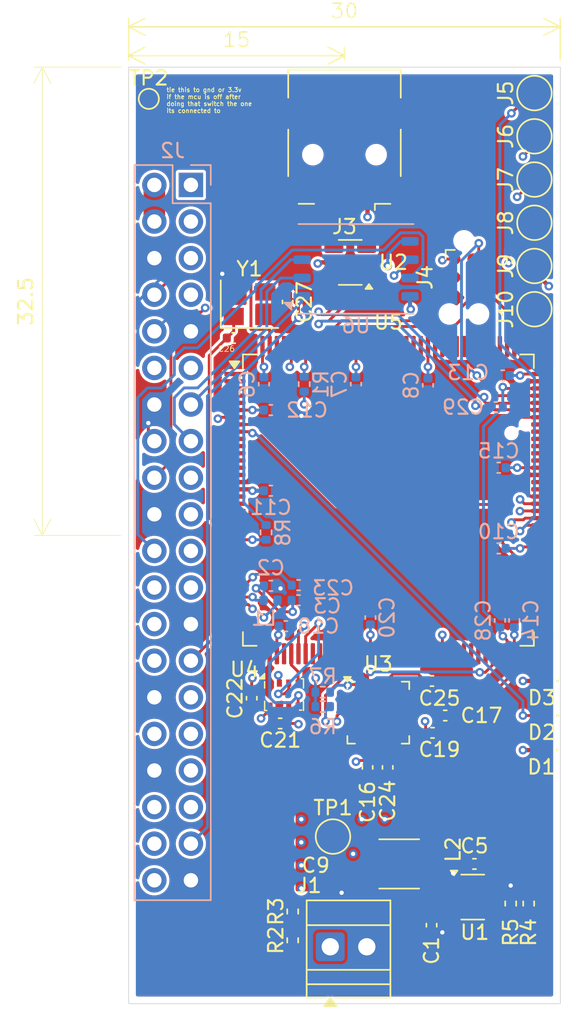
<source format=kicad_pcb>
(kicad_pcb (version 20241229) (generator "pcbnew") (generator_version "9.0")
  (layers (0 "F.Cu" signal) (4 "In1.Cu" signal) (6 "In2.Cu" signal) (2 "B.Cu" signal) (13 "F.Paste" user) (15 "B.Paste" user) (5 "F.SilkS" user "F.Silkscreen") (7 "B.SilkS" user "B.Silkscreen") (1 "F.Mask" user) (3 "B.Mask" user) (25 "Edge.Cuts" user))
  (net 0 "")
  (net 1 "GND")
  (net 2 "+3.3V")
  (net 3 "Net-(U1-CB)")
  (net 4 "+5V")
  (net 5 "+3.3VA")
  (net 6 "Net-(U1-SW)")
  (net 7 "Net-(U1-FB)")
  (net 8 "IMU_SDA")
  (net 9 "IMU_SCL")
  (net 10 "USB_CONN_D-")
  (net 11 "USB_CONN_D+")
  (net 12 "SWDIO")
  (net 13 "+12V")
  (net 14 "PWM_1")
  (net 15 "PWM_3")
  (net 16 "PWM_0")
  (net 17 "PWM_2")
  (net 18 "BAROMETER_CSB")
  (net 19 "BAROMETER_SDI")
  (net 20 "BAROMETER_SDO")
  (net 21 "BAROMETER_SCK")
  (net 22 "SWCLK")
  (net 23 "JTRST")
  (net 24 "SWO")
  (net 25 "Net-(U3-REGOUT)")
  (net 26 "Net-(U3-CPOUT)")
  (net 27 "NRST")
  (net 28 "BOOT0")
  (net 29 "USB_D-")
  (net 30 "LED_STATUS")
  (net 31 "USB_D+")
  (net 32 "BATVOLTAGE")
  (net 33 "IMU_ADDR")
  (net 39 "Net-(C17-Pad1)")
  (net 40 "Net-(U5-PH0)")
  (net 41 "Net-(C27-Pad1)")
  (net 42 "Net-(U5-VCAP_1)")
  (net 67 "Net-(U5-PH1)")
  (net 68 "Net-(U5-PDR_ON)")
  (net 116 "UART_TX")
  (net 117 "UART_RX")
  (net 161 "SD_CARD_DAT1")
  (net 162 "SD_CARD_CLK")
  (net 163 "SD_CARD_DAT2")
  (net 164 "SD_CARD_DAT0")
  (net 165 "SD_CARD_DAT3")
  (net 166 "SD_CARD_CMD")
  (footprint "Capacitor_SMD:C_0402_1005Metric" (layer "F.Cu") (at 33.32 58.4 180)
    (property "Reference" "C19")
    (property "Value" "0.1uF")
  )
  (footprint "TestPoint:TestPoint_Pad_D2.0mm" (layer "F.Cu") (at 40.4 17 90)
    (property "Reference" "J6")
    (property "Value" "TestPoint")
  )
  (footprint "Resistor_SMD:R_0402_1005Metric" (layer "F.Cu") (at 23.6 70.8 90)
    (property "Reference" "R3")
    (property "Value" "1kOhm")
  )
  (footprint "Crystal:Crystal_SMD_3225-4Pin_3.2x2.5mm" (layer "F.Cu") (at 20.6 28.65)
    (property "Reference" "Y1")
    (property "Value" "16MHz")
  )
  (footprint "Capacitor_SMD:C_0402_1005Metric" (layer "F.Cu") (at 34.2 57.2)
    (property "Reference" "C17")
    (property "Value" "2.2nF")
  )
  (footprint "Resistor_SMD:R_0402_1005Metric" (layer "F.Cu") (at 38.75 70.25 90)
    (property "Reference" "R5")
    (property "Value" "13.7kOhm")
  )
  (footprint "TestPoint:TestPoint_Pad_D2.0mm" (layer "F.Cu") (at 40.4 20 90)
    (property "Reference" "J7")
    (property "Value" "TestPoint")
  )
  (footprint "Package_TO_SOT_SMD:SOT-23-6" (layer "F.Cu") (at 36.1125 69.8)
    (property "Reference" "U1")
    (property "Value" "LMR51430")
  )
  (footprint "Capacitor_SMD:C_0402_1005Metric" (layer "F.Cu") (at 28.8 60.8 -90)
    (property "Reference" "C16")
    (property "Value" "10nF")
  )
  (footprint "Package_LGA:Bosch_LGA-8_2x2.5mm_P0.65mm_ClockwisePinNumbering" (layer "F.Cu") (at 23 55.75)
    (property "Reference" "U4")
    (property "Value" "BMP280")
  )
  (footprint "TestPoint:TestPoint_Pad_D1.0mm" (layer "F.Cu") (at 13.6 14.4)
    (property "Reference" "TP2")
    (property "Value" "TestPoint")
  )
  (footprint "TestPoint:TestPoint_Pad_D2.0mm" (layer "F.Cu") (at 40.4 29 90)
    (property "Reference" "J10")
    (property "Value" "TestPoint")
  )
  (footprint "Capacitor_SMD:C_0504_1310Metric" (layer "F.Cu") (at 27 68.29 -90)
    (property "Reference" "C9")
    (property "Value" "33uF")
  )
  (footprint "TestPoint:TestPoint_Pad_D2.0mm" (layer "F.Cu") (at 26.4 65.6)
    (property "Reference" "TP1")
    (property "Value" "TestPoint")
  )
  (footprint "TestPoint:TestPoint_Pad_D2.0mm" (layer "F.Cu") (at 40.4 14 90)
    (property "Reference" "J5")
    (property "Value" "TestPoint")
  )
  (footprint "TerminalBlock:TerminalBlock_Xinya_XY308-2.54-2P_1x02_P2.54mm_Horizontal" (layer "F.Cu") (at 26.21 73.25)
    (property "Reference" "J1")
    (property "Value" "Screw_Terminal_01x02")
  )
  (footprint "LED_SMD:LED_0402_1005Metric" (layer "F.Cu") (at 40.915 54.8 180)
    (property "Reference" "D3")
    (property "Value" "LED")
  )
  (footprint "Capacitor_SMD:C_0402_1005Metric" (layer "F.Cu") (at 22.73 57.75 180)
    (property "Reference" "C21")
    (property "Value" "100nF")
  )
  (footprint "Inductor_SMD:L_1812_4532Metric" (layer "F.Cu") (at 31 67.5 180)
    (property "Reference" "L2")
    (property "Value" "6.8uH")
  )
  (footprint "TestPoint:TestPoint_Pad_D2.0mm" (layer "F.Cu") (at 40.4 26 90)
    (property "Reference" "J9")
    (property "Value" "TestPoint")
  )
  (footprint "Sensor_Motion:InvenSense_QFN-24_4x4mm_P0.5mm" (layer "F.Cu") (at 29.55 57)
    (property "Reference" "U3")
    (property "Value" "MPU-9150")
  )
  (footprint "Resistor_SMD:R_0402_1005Metric" (layer "F.Cu") (at 23.6 72.8 90)
    (property "Reference" "R2")
    (property "Value" "1.5kOhm")
  )
  (footprint "Capacitor_SMD:C_0402_1005Metric" (layer "F.Cu") (at 33.25 71.75 -90)
    (property "Reference" "C1")
    (property "Value" "2.2uF 35v")
  )
  (footprint "Capacitor_SMD:C_0402_1005Metric" (layer "F.Cu") (at 36.23 67.5 180)
    (property "Reference" "C5")
    (property "Value" "0.1uF")
  )
  (footprint "Capacitor_SMD:C_0402_1005Metric" (layer "F.Cu") (at 30.2 60.8 90)
    (property "Reference" "C24")
    (property "Value" "0.1uF")
  )
  (footprint "Connector:Tag-Connect_TC2030-IDC-NL_2x03_P1.27mm_Vertical" (layer "F.Cu") (at 35.5 26.79 -90)
    (property "Reference" "J4")
    (property "Value" "Conn_ARM_SWD_TagConnect_TC2030-NL")
  )
  (footprint "Capacitor_SMD:C_0402_1005Metric" (layer "F.Cu") (at 19.5 31)
    (property "Reference" "C26")
    (property "Value" "12p")
  )
  (footprint "Capacitor_SMD:C_0402_1005Metric" (layer "F.Cu") (at 23.25 28.5 -90)
    (property "Reference" "C27")
    (property "Value" "12p")
  )
  (footprint "Package_QFP:LQFP-144_20x20mm_P0.5mm" (layer "F.Cu") (at 30.25 42.25)
    (property "Reference" "U5")
    (property "Value" "STM32F413ZHTx")
  )
  (footprint "LED_SMD:LED_0402_1005Metric" (layer "F.Cu") (at 40.915 57.2 180)
    (property "Reference" "D2")
    (property "Value" "LED")
  )
  (footprint "TestPoint:TestPoint_Pad_D2.0mm" (layer "F.Cu") (at 40.4 23 90)
    (property "Reference" "J8")
    (property "Value" "TestPoint")
  )
  (footprint "Capacitor_SMD:C_0402_1005Metric" (layer "F.Cu") (at 20.75 56 90)
    (property "Reference" "C22")
    (property "Value" "100nF")
  )
  (footprint "LED_SMD:LED_0402_1005Metric" (layer "F.Cu") (at 40.885 59.6 180)
    (property "Reference" "D1")
    (property "Value" "LED")
  )
  (footprint "Capacitor_SMD:C_0402_1005Metric" (layer "F.Cu") (at 33.28 54.8)
    (property "Reference" "C25")
    (property "Value" "2.2nF")
  )
  (footprint "Resistor_SMD:R_0402_1005Metric" (layer "F.Cu") (at 40 70.25 -90)
    (property "Reference" "R4")
    (property "Value" "100kOhm")
  )
  (footprint "Connector_USB:USB_Mini-B_Lumberg_2486_01_Horizontal" (layer "F.Cu") (at 27.2 18.275 180)
    (property "Reference" "J3")
    (property "Value" "USB_B_Micro")
  )
  (footprint "Package_TO_SOT_SMD:SOT-23-6" (layer "F.Cu") (at 27.6 25.75 180)
    (property "Reference" "U2")
    (property "Value" "USBLC6-2SC6")
  )
  (footprint "Capacitor_SMD:C_0402_1005Metric" (layer "B.Cu") (at 37.92 45.6 180)
    (property "Reference" "C10")
    (property "Value" "100n")
  )
  (footprint "Capacitor_SMD:C_0402_1005Metric" (layer "B.Cu") (at 38 50.6 -90)
    (property "Reference" "C28")
    (property "Value" "2.2uF")
  )
  (footprint "Capacitor_SMD:C_0402_1005Metric" (layer "B.Cu") (at 38.2 33.6 180)
    (property "Reference" "C13")
    (property "Value" "100n")
  )
  (footprint "Inductor_SMD:L_0402_1005Metric" (layer "B.Cu") (at 22.06 49.2 180)
    (property "Reference" "L1")
    (property "Value" "39n")
  )
  (footprint "Capacitor_SMD:C_0402_1005Metric" (layer "B.Cu") (at 28 34.2 -90)
    (property "Reference" "C7")
    (property "Value" "100n")
  )
  (footprint "Capacitor_SMD:C_0402_1005Metric" (layer "B.Cu") (at 39 50.6 90)
    (property "Reference" "C14")
    (property "Value" "100n")
  )
  (footprint "Capacitor_SMD:C_0402_1005Metric" (layer "B.Cu") (at 21.6 34.2 -90)
    (property "Reference" "C6")
    (property "Value" "100n")
  )
  (footprint "Capacitor_SMD:C_0402_1005Metric" (layer "B.Cu") (at 24 49.2)
    (property "Reference" "C3")
    (property "Value" "10n")
  )
  (footprint "Capacitor_SMD:C_0402_1005Metric" (layer "B.Cu") (at 22.08 48.2)
    (property "Reference" "C2")
    (property "Value" "1u")
  )
  (footprint "Package_LGA:LGA-8_8x6mm_P1.27mm" (layer "B.Cu") (at 28 26.2)
    (property "Reference" "U6")
    (property "Value" "XTSD08G")
  )
  (footprint "Resistor_SMD:R_0402_1005Metric" (layer "B.Cu") (at 21.75 44.49 90)
    (property "Reference" "R8")
    (property "Value" "47")
  )
  (footprint "Capacitor_SMD:C_0402_1005Metric" (layer "B.Cu") (at 33 34.28 -90)
    (property "Reference" "C8")
    (property "Value" "100n")
  )
  (footprint "Capacitor_SMD:C_0402_1005Metric" (layer "B.Cu") (at 37.72 35.8 180)
    (property "Reference" "C29")
    (property "Value" "2.2uF")
  )
  (footprint "Capacitor_SMD:C_0402_1005Metric" (layer "B.Cu") (at 29 50.4 90)
    (property "Reference" "C20")
    (property "Value" "100n")
  )
  (footprint "Resistor_SMD:R_0402_1005Metric" (layer "B.Cu") (at 25.69 55.58)
    (property "Reference" "R7")
    (property "Value" "10kOhm")
  )
  (footprint "Capacitor_SMD:C_0402_1005Metric" (layer "B.Cu") (at 22.08 36)
    (property "Reference" "C12")
    (property "Value" "100n")
  )
  (footprint "Resistor_SMD:R_0402_1005Metric" (layer "B.Cu") (at 25.69 56.58)
    (property "Reference" "R6")
    (property "Value" "10kOhm")
  )
  (footprint "Resistor_SMD:R_0402_1005Metric" (layer "B.Cu") (at 24.4 34.2 90)
    (property "Reference" "R1")
    (property "Value" "10k")
  )
  (footprint "Capacitor_SMD:C_0402_1005Metric" (layer "B.Cu") (at 22.08 41.6)
    (property "Reference" "C11")
    (property "Value" "100n")
  )
  (footprint "Capacitor_SMD:C_0402_1005Metric" (layer "B.Cu") (at 23.12 51)
    (property "Reference" "C18")
    (property "Value" "100n")
  )
  (footprint "Connector_PinHeader_2.54mm:PinHeader_2x20_P2.54mm_Vertical" (layer "B.Cu") (at 16.525 20.375 180)
    (property "Reference" "J2")
    (property "Value" "Raspberry_Pi_4")
  )
  (footprint "Capacitor_SMD:C_0402_1005Metric" (layer "B.Cu") (at 37.92 40 180)
    (property "Reference" "C15")
    (property "Value" "100n")
  )
  (footprint "Capacitor_SMD:C_0402_1005Metric" (layer "B.Cu") (at 24.01 48.15)
    (property "Reference" "C23")
    (property "Value" "4.3uF")
  )
  (gr_rect (start 12.2 12.2) (end 42.2 77.2) (stroke (width 0.05)) (fill no) (layer "Edge.Cuts"))
  (gr_text "tie this to gnd or 3.3v\nif the mcu is off after \ndoing that switch the one\nits connected to" (at 14.8 15.4 0) (layer "F.SilkS") (effects (font (size 0.3 0.3) (thickness 0.06) (bold yes)) (justify left bottom)))
  (dimension (type orthogonal) (layer "F.SilkS") (pts (xy 12.2 12.2) (xy 42.2 12.2)) (height -2.8) (orientation 0) (format (prefix "") (suffix "") (units 3) (units_format 0) (precision 4) (suppress_zeroes yes)) (style (thickness 0.1) (arrow_length 1.27) (text_position_mode 0) (arrow_direction outward) (extension_height 0.58642) (extension_offset 0.5) (keep_text_aligned yes)) (gr_text "30" (at 27.2 8.3 0) (layer "F.SilkS") (effects (font (size 1 1) (thickness 0.1)))))
  (dimension (type orthogonal) (layer "F.SilkS") (pts (xy 12.2 12.2) (xy 12.2 44.7)) (height -6) (orientation 1) (format (prefix "") (suffix "") (units 3) (units_format 0) (precision 4) (suppress_zeroes yes)) (style (thickness 0.05) (arrow_length 1.27) (text_position_mode 0) (arrow_direction outward) (extension_height 0.58642) (extension_offset 0.5) (keep_text_aligned yes)) (gr_text "32.5" (at 5.05 28.45 90) (layer "F.SilkS") (effects (font (size 1 1) (thickness 0.15)))))
  (dimension (type orthogonal) (layer "F.SilkS") (pts (xy 12.2 12.2) (xy 27.2 12.2)) (height -0.8) (orientation 0) (format (prefix "") (suffix "") (units 3) (units_format 0) (precision 4) (suppress_zeroes yes)) (style (thickness 0.1) (arrow_length 1.27) (text_position_mode 0) (arrow_direction outward) (extension_height 0.58642) (extension_offset 0.5) (keep_text_aligned yes)) (gr_text "15" (at 19.7 10.3 0) (layer "F.SilkS") (effects (font (size 1 1) (thickness 0.1)))))
  (segment (start 27 68.83) (end 27 69.5) (width 0.2) (layer "F.Cu") (net 1))
  (segment (start 38.75 69.74) (end 38.75 69) (width 0.2) (layer "F.Cu") (net 1))
  (segment (start 34.975 68.85) (end 34.975 68.375) (width 0.2) (layer "F.Cu") (net 1))
  (segment (start 34.975 68.375) (end 34.75 68.15) (width 0.2) (layer "F.Cu") (net 1))
  (segment (start 33.98 72.23) (end 34 72.25) (width 0.2) (layer "F.Cu") (net 1))
  (segment (start 33.25 72.23) (end 33.98 72.23) (width 0.2) (layer "F.Cu") (net 1))
  (via (at 34.75 68.15) (size 0.6) (drill 0.3) (layers "F.Cu" "B.Cu") (net 1))
  (via (at 38.75 69) (size 0.6) (drill 0.3) (layers "F.Cu" "B.Cu") (net 1))
  (via (at 22.752336 48.382057) (size 0.6) (drill 0.3) (layers "F.Cu" "B.Cu") (net 1))
  (via (at 27 69.5) (size 0.6) (drill 0.3) (layers "F.Cu" "B.Cu") (net 1))
  (via (at 34 72.25) (size 0.6) (drill 0.3) (layers "F.Cu" "B.Cu") (net 1))
  (segment (start 22.570279 48.2) (end 22.752336 48.382057) (width 0.2) (layer "B.Cu") (net 1))
  (segment (start 22.56 48.2) (end 22.570279 48.2) (width 0.2) (layer "B.Cu") (net 1))
  (segment (start 20.8 36) (end 19.5875 36) (width 0.2) (layer "F.Cu") (net 2))
  (segment (start 22.025 56.775) (end 21.4 57.4) (width 0.2) (layer "F.Cu") (net 2))
  (segment (start 39.5 45.5) (end 39.4 45.6) (width 0.2) (layer "F.Cu") (net 2))
  (segment (start 40.4 59.6) (end 39.6 59.6) (width 0.3) (layer "F.Cu") (net 2))
  (segment (start 34.08 25.52) (end 34 25.6) (width 0.2) (layer "F.Cu") (net 2))
  (segment (start 33 33) (end 33 31.5875) (width 0.2) (layer "F.Cu") (net 2))
  (segment (start 31.65 58.4) (end 31.5 58.25) (width 0.2) (layer "F.Cu") (net 2))
  (segment (start 20.75 55.52) (end 20.75 54.65) (width 0.2) (layer "F.Cu") (net 2))
  (segment (start 40.9125 45.5) (end 39.5 45.5) (width 0.2) (layer "F.Cu") (net 2))
  (segment (start 39.2 40) (end 40.9125 40) (width 0.2) (layer "F.Cu") (net 2))
  (segment (start 19.5875 49.5) (end 20.513155 49.5) (width 0.2) (layer "F.Cu") (net 2))
  (segment (start 32.84 57.64) (end 32.8 57.6) (width 0.2) (layer "F.Cu") (net 2))
  (segment (start 22.5 51.7) (end 22.5 52.9125) (width 0.2) (layer "F.Cu") (net 2))
  (segment (start 32.84 58.4) (end 31.65 58.4) (width 0.2) (layer "F.Cu") (net 2))
  (segment (start 21.6 33) (end 21.5 32.9) (width 0.2) (layer "F.Cu") (net 2))
  (segment (start 28 33) (end 28 31.5875) (width 0.2) (layer "F.Cu") (net 2))
  (segment (start 28.08 60.32) (end 28 60.4) (width 0.2) (layer "F.Cu") (net 2))
  (segment (start 21.5 32.9) (end 21.5 31.5875) (width 0.2) (layer "F.Cu") (net 2))
  (segment (start 20.513155 49.5) (end 20.810965 49.79781) (width 0.2) (layer "F.Cu") (net 2))
  (segment (start 23.21 57.75) (end 23.95 57.75) (width 0.2) (layer "F.Cu") (net 2))
  (segment (start 20.7 41.5) (end 20.8 41.6) (width 0.3) (layer "F.Cu") (net 2))
  (segment (start 28.8 60.32) (end 28.8 58.95) (width 0.2) (layer "F.Cu") (net 2))
  (segment (start 23.21 57.75) (end 23.21 56.665) (width 0.2) (layer "F.Cu") (net 2))
  (segment (start 39.5 33.5) (end 40.9125 33.5) (width 0.2) (layer "F.Cu") (net 2))
  (segment (start 20.995 55.52) (end 22.025 56.55) (width 0.2) (layer "F.Cu") (net 2))
  (segment (start 20.425571 48) (end 19.5875 48) (width 0.2) (layer "F.Cu") (net 2))
  (segment (start 27.141176 56.75) (end 26.678004 57.213172) (width 0.2) (layer "F.Cu") (net 2))
  (segment (start 23.21 56.665) (end 23.325 56.55) (width 0.2) (layer "F.Cu") (net 2))
  (segment (start 26.678004 57.213172) (end 26.678004 57.612887) (width 0.2) (layer "F.Cu") (net 2))
  (segment (start 22.025 56.55) (end 22.025 56.775) (width 0.2) (layer "F.Cu") (net 2))
  (segment (start 20.75 55.52) (end 20.995 55.52) (width 0.2) (layer "F.Cu") (net 2))
  (segment (start 32.84 58.4) (end 32.84 57.64) (width 0.2) (layer "F.Cu") (net 2))
  (segment (start 29 51.6) (end 29 52.9125) (width 0.2) (layer "F.Cu") (net 2))
  (segment (start 20.75 54.65) (end 20.8 54.6) (width 0.2) (layer "F.Cu") (net 2))
  (segment (start 34 52.9125) (end 34 51.6) (width 0.2) (layer "F.Cu") (net 2))
  (segment (start 39 51.6) (end 39 52.9125) (width 0.2) (layer "F.Cu") (net 2))
  (segment (start 23.95 57.75) (end 24 57.8) (width 0.2) (layer "F.Cu") (net 2))
  (segment (start 22.6 51.6) (end 22.5 51.7) (width 0.2) (layer "F.Cu") (net 2))
  (segment (start 19.5875 41.5) (end 20.7 41.5) (width 0.3) (layer "F.Cu") (net 2))
  (segment (start 34.865 25.52) (end 34.08 25.52) (width 0.2) (layer "F.Cu") (net 2))
  (segment (start 20.824657 47.600914) (end 20.425571 48) (width 0.2) (layer "F.Cu") (net 2))
  (segment (start 39.4 33.6) (end 39.5 33.5) (width 0.2) (layer "F.Cu") (net 2))
  (segment (start 27.6 56.75) (end 27.141176 56.75) (width 0.2) (layer "F.Cu") (net 2))
  (segment (start 28.8 60.32) (end 28.08 60.32) (width 0.2) (layer "F.Cu") (net 2))
  (via (at 20.8 41.6) (size 0.6) (drill 0.3) (layers "F.Cu" "B.Cu") (net 2))
  (via (at 39.6 59.6) (size 0.6) (drill 0.3) (layers "F.Cu" "B.Cu") (net 2))
  (via (at 21.6 50.4) (size 0.6) (drill 0.3) (layers "F.Cu" "B.Cu") (net 2))
  (via (at 21.4 57.4) (size 0.6) (drill 0.3) (layers "F.Cu" "B.Cu") (net 2))
  (via (at 20.8 36) (size 0.6) (drill 0.3) (layers "F.Cu" "B.Cu") (net 2))
  (via (at 39 51.6) (size 0.6) (drill 0.3) (layers "F.Cu" "B.Cu") (net 2))
  (via (at 28 33) (size 0.6) (drill 0.3) (layers "F.Cu" "B.Cu") (net 2))
  (via (at 33 33) (size 0.6) (drill 0.3) (layers "F.Cu" "B.Cu") (net 2))
  (via (at 32.8 57.6) (size 0.6) (drill 0.3) (layers "F.Cu" "B.Cu") (net 2))
  (via (at 34 51.6) (size 0.6) (drill 0.3) (layers "F.Cu" "B.Cu") (net 2))
  (via (at 20.8 54.6) (size 0.6) (drill 0.3) (layers "F.Cu" "B.Cu") (net 2))
  (via (at 28 60.4) (size 0.6) (drill 0.3) (layers "F.Cu" "B.Cu") (net 2))
  (via (at 34 25.6) (size 0.6) (drill 0.3) (layers "F.Cu" "B.Cu") (net 2))
  (via (at 22.6 51.6) (size 0.6) (drill 0.3) (layers "F.Cu" "B.Cu") (net 2))
  (via (at 26.678004 57.612887) (size 0.6) (drill 0.3) (layers "F.Cu" "B.Cu") (net 2))
  (via (at 31.8 29) (size 0.6) (drill 0.3) (layers "F.Cu" "B.Cu") (net 2))
  (via (at 21.6 33) (size 0.6) (drill 0.3) (layers "F.Cu" "B.Cu") (net 2))
  (via (at 24 57.8) (size 0.6) (drill 0.3) (layers "F.Cu" "B.Cu") (net 2))
  (via (at 39.4 33.6) (size 0.6) (drill 0.3) (layers "F.Cu" "B.Cu") (net 2))
  (via (at 39.4 45.6) (size 0.6) (drill 0.3) (layers "F.Cu" "B.Cu") (net 2))
  (via (at 24.4 35.6) (size 0.6) (drill 0.3) (layers "F.Cu" "B.Cu") (net 2))
  (via (at 20.810965 49.79781) (size 0.6) (drill 0.3) (layers "F.Cu" "B.Cu") (net 2))
  (via (at 29 51.6) (size 0.6) (drill 0.3) (layers "F.Cu" "B.Cu") (net 2))
  (via (at 39.2 40) (size 0.6) (drill 0.3) (layers "F.Cu" "B.Cu") (net 2))
  (via (at 25.2 54.6) (size 0.6) (drill 0.3) (layers "F.Cu" "B.Cu") (net 2))
  (via (at 20.824657 47.600914) (size 0.6) (drill 0.3) (layers "F.Cu" "B.Cu") (net 2))
  (segment (start 33 33.8) (end 33 33) (width 0.2) (layer "B.Cu") (net 2))
  (segment (start 29 50.88) (end 29 51.6) (width 0.2) (layer "B.Cu") (net 2))
  (segment (start 24.4 34.71) (end 24.4 35.6) (width 0.2) (layer "B.Cu") (net 2))
  (segment (start 31.75 28.95) (end 31.8 29) (width 0.3) (layer "B.Cu") (net 2))
  (segment (start 22.64 51) (end 22.64 51.56) (width 0.2) (layer "B.Cu") (net 2))
  (segment (start 21.6 33.72) (end 21.6 33) (width 0.2) (layer "B.Cu") (net 2))
  (segment (start 31.75 28.105) (end 31.75 28.95) (width 0.3) (layer "B.Cu") (net 2))
  (segment (start 39.4 45.6) (end 38.4 45.6) (width 0.2) (layer "B.Cu") (net 2))
  (segment (start 21.6 36) (end 20.8 36) (width 0.2) (layer "B.Cu") (net 2))
  (segment (start 25.18 56.58) (end 25.18 54.62) (width 0.2) (layer "B.Cu") (net 2))
  (segment (start 39 51.08) (end 39 51.6) (width 0.2) (layer "B.Cu") (net 2))
  (segment (start 38.4 40) (end 39.2 40) (width 0.2) (layer "B.Cu") (net 2))
  (segment (start 22.78 47.4) (end 21.025571 47.4) (width 0.2) (layer "B.Cu") (net 2))
  (segment (start 23.53 48.15) (end 22.78 47.4) (width 0.2) (layer "B.Cu") (net 2))
  (segment (start 22.545 49.2) (end 22.545 49.455) (width 0.2) (layer "B.Cu") (net 2))
  (segment (start 22.545 49.455) (end 21.6 50.4) (width 0.2) (layer "B.Cu") (net 2))
  (segment (start 20.8 41.6) (end 21.6 41.6) (width 0.3) (layer "B.Cu") (net 2))
  (segment (start 28 33.72) (end 28 33) (width 0.2) (layer "B.Cu") (net 2))
  (segment (start 22.64 51.56) (end 22.6 51.6) (width 0.2) (layer "B.Cu") (net 2))
  (segment (start 38.68 33.6) (end 39.4 33.6) (width 0.2) (layer "B.Cu") (net 2))
  (segment (start 21.025571 47.4) (end 20.824657 47.600914) (width 0.2) (layer "B.Cu") (net 2))
  (segment (start 25.18 54.62) (end 25.2 54.6) (width 0.2) (layer "B.Cu") (net 2))
  (segment (start 37.25 68.04) (end 36.71 67.5) (width 0.3) (layer "F.Cu") (net 3))
  (segment (start 37.25 68.85) (end 37.25 68.04) (width 0.3) (layer "F.Cu") (net 3))
  (segment (start 13.985 20.375) (end 13.985 22.915) (width 1.5) (layer "F.Cu") (net 4))
  (segment (start 28.8 20.975) (end 28.8 22.6) (width 0.3) (layer "F.Cu") (net 4))
  (segment (start 40 67) (end 38.25 65.25) (width 0.3) (layer "F.Cu") (net 4))
  (segment (start 38.25 65.25) (end 29.25 65.25) (width 0.3) (layer "F.Cu") (net 4))
  (segment (start 29.25 65.25) (end 28.8625 65.6375) (width 0.3) (layer "F.Cu") (net 4))
  (segment (start 40 69.74) (end 40 67) (width 0.3) (layer "F.Cu") (net 4))
  (segment (start 28.8625 65.6375) (end 28.8625 67.5) (width 0.3) (layer "F.Cu") (net 4))
  (segment (start 25.418366 25.75) (end 25.34023 25.828136) (width 0.3) (layer "F.Cu") (net 4))
  (segment (start 40.4 26.4) (end 41.4 27.4) (width 0.3) (layer "F.Cu") (net 4))
  (segment (start 40.4 26) (end 40.4 26.4) (width 0.3) (layer "F.Cu") (net 4))
  (segment (start 40.43 54.8) (end 39.6 54.8) (width 0.3) (layer "F.Cu") (net 4))
  (segment (start 26.4625 25.75) (end 25.418366 25.75) (width 0.3) (layer "F.Cu") (net 4))
  (via (at 24.2 67.6) (size 0.6) (drill 0.3) (layers "F.Cu" "B.Cu") (net 4))
  (via (at 28.4 64.4) (size 0.6) (drill 0.3) (layers "F.Cu" "B.Cu") (net 4))
  (via (at 28.8 22.6) (size 0.6) (drill 0.3) (layers "F.Cu" "B.Cu") (net 4))
  (via (at 41.4 27.4) (size 0.6) (drill 0.3) (layers "F.Cu" "B.Cu") (net 4))
  (via (at 24.2 69.2) (size 0.6) (drill 0.3) (layers "F.Cu" "B.Cu") (net 4))
  (via (at 24.2 66) (size 0.6) (drill 0.3) (layers "F.Cu" "B.Cu") (net 4))
  (via (at 30 64.4) (size 0.6) (drill 0.3) (layers "F.Cu" "B.Cu") (net 4))
  (via (at 27.8 66.8) (size 0.6) (drill 0.3) (layers "F.Cu" "B.Cu") (net 4))
  (via (at 24.2 64.4) (size 0.6) (drill 0.3) (layers "F.Cu" "B.Cu") (net 4))
  (via (at 39.6 54.8) (size 0.6) (drill 0.3) (layers "F.Cu" "B.Cu") (net 4))
  (via (at 25.34023 25.828136) (size 0.6) (drill 0.3) (layers "F.Cu" "B.Cu") (net 4))
  (segment (start 19.608495 48.979005) (end 19.5875 49) (width 0.2) (layer "F.Cu") (net 5))
  (segment (start 21.049378 48.368706) (end 22.680672 50) (width 0.2) (layer "F.Cu") (net 5))
  (segment (start 20.810754 48.979005) (end 19.608495 48.979005) (width 0.2) (layer "F.Cu") (net 5))
  (segment (start 22.680672 50) (end 23.6 50) (width 0.2) (layer "F.Cu") (net 5))
  (via (at 20.810754 48.979005) (size 0.6) (drill 0.3) (layers "F.Cu" "B.Cu") (net 5))
  (via (at 23.6 50) (size 0.6) (drill 0.3) (layers "F.Cu" "B.Cu") (net 5))
  (via (at 21.049378 48.368706) (size 0.6) (drill 0.3) (layers "F.Cu" "B.Cu") (net 5))
  (segment (start 21.575 49.2) (end 21.031749 49.2) (width 0.2) (layer "B.Cu") (net 5))
  (segment (start 23.6 50) (end 23.6 49.28) (width 0.2) (layer "B.Cu") (net 5))
  (segment (start 21.6 48.2) (end 21.218084 48.2) (width 0.2) (layer "B.Cu") (net 5))
  (segment (start 21.6 48.2) (end 21.6 49.175) (width 0.2) (layer "B.Cu") (net 5))
  (segment (start 21.6 49.175) (end 21.575 49.2) (width 0.2) (layer "B.Cu") (net 5))
  (segment (start 21.218084 48.2) (end 21.049378 48.368706) (width 0.2) (layer "B.Cu") (net 5))
  (segment (start 21.031749 49.2) (end 20.810754 48.979005) (width 0.2) (layer "B.Cu") (net 5))
  (segment (start 23.6 49.28) (end 23.52 49.2) (width 0.2) (layer "B.Cu") (net 5))
  (segment (start 35.75 67.5) (end 33.1375 67.5) (width 0.3) (layer "F.Cu") (net 6))
  (segment (start 37.25 70.75) (end 39.99 70.75) (width 0.3) (layer "F.Cu") (net 7))
  (segment (start 39.99 70.75) (end 40 70.76) (width 0.3) (layer "F.Cu") (net 7))
  (segment (start 23.5 31.5875) (end 23.5 32.9) (width 0.2) (layer "F.Cu") (net 8))
  (segment (start 23.5 32.9) (end 23.4 33) (width 0.2) (layer "F.Cu") (net 8))
  (segment (start 27.479146 55.05) (end 27.429146 55.1) (width 0.2) (layer "F.Cu") (net 8))
  (segment (start 28.3 55.05) (end 27.479146 55.05) (width 0.2) (layer "F.Cu") (net 8))
  (via (at 23.4 33) (size 0.6) (drill 0.3) (layers "F.Cu" "B.Cu") (net 8))
  (via (at 27.429146 55.1) (size 0.6) (drill 0.3) (layers "F.Cu" "B.Cu") (net 8))
  (segment (start 26.68 55.1) (end 26.2 55.58) (width 0.2) (layer "B.Cu") (net 8))
  (segment (start 27.429146 55.1) (end 26.68 55.1) (width 0.2) (layer "B.Cu") (net 8))
  (segment (start 28.8 54.363542) (end 28.989819 54.173723) (width 0.2) (layer "F.Cu") (net 9))
  (segment (start 27.355203 54.324) (end 28.532824 54.324) (width 0.2) (layer "F.Cu") (net 9))
  (segment (start 28.8 54.591176) (end 28.8 55.05) (width 0.2) (layer "F.Cu") (net 9))
  (segment (start 28.8 55.05) (end 28.8 54.363542) (width 0.2) (layer "F.Cu") (net 9))
  (segment (start 36.983824 54.2) (end 37.5 53.683824) (width 0.2) (layer "F.Cu") (net 9))
  (segment (start 25.878146 55.801057) (end 27.355203 54.324) (width 0.2) (layer "F.Cu") (net 9))
  (segment (start 28.532824 54.324) (end 28.8 54.591176) (width 0.2) (layer "F.Cu") (net 9))
  (segment (start 36.6 54.2) (end 36.983824 54.2) (width 0.2) (layer "F.Cu") (net 9))
  (segment (start 37.5 53.683824) (end 37.5 52.9125) (width 0.2) (layer "F.Cu") (net 9))
  (segment (start 25.878146 57.597684) (end 25.878146 55.801057) (width 0.2) (layer "F.Cu") (net 9))
  (via (at 36.6 54.2) (size 0.6) (drill 0.3) (layers "F.Cu" "B.Cu") (net 9))
  (via (at 28.989819 54.173723) (size 0.6) (drill 0.3) (layers "F.Cu" "B.Cu") (net 9))
  (via (at 25.878146 57.597684) (size 0.6) (drill 0.3) (layers "F.Cu" "B.Cu") (net 9))
  (segment (start 25.878146 56.901854) (end 25.878146 57.597684) (width 0.2) (layer "B.Cu") (net 9))
  (segment (start 26.2 56.58) (end 25.878146 56.901854) (width 0.2) (layer "B.Cu") (net 9))
  (segment (start 36.573723 54.173723) (end 36.6 54.2) (width 0.2) (layer "B.Cu") (net 9))
  (segment (start 28.989819 54.173723) (end 36.573723 54.173723) (width 0.2) (layer "B.Cu") (net 9))
  (segment (start 27.825 22.650001) (end 28 22.475001) (width 0.2) (layer "F.Cu") (net 10))
  (segment (start 28.7375 24.8) (end 28.7375 24.4375) (width 0.2) (layer "F.Cu") (net 10))
  (segment (start 27.825 23.525) (end 27.825 22.650001) (width 0.2) (layer "F.Cu") (net 10))
  (segment (start 28.7375 24.4375) (end 27.825 23.525) (width 0.2) (layer "F.Cu") (net 10))
  (segment (start 28 22.475001) (end 28 20.975) (width 0.2) (layer "F.Cu") (net 10))
  (segment (start 27.375 23.525) (end 27.375 22.650001) (width 0.2) (layer "F.Cu") (net 11))
  (segment (start 27.375 22.650001) (end 27.2 22.475001) (width 0.2) (layer "F.Cu") (net 11))
  (segment (start 26.4625 24.4375) (end 27.375 23.525) (width 0.2) (layer "F.Cu") (net 11))
  (segment (start 26.4625 24.8) (end 26.4625 24.4375) (width 0.2) (layer "F.Cu") (net 11))
  (segment (start 27.2 22.475001) (end 27.2 20.975) (width 0.2) (layer "F.Cu") (net 11))
  (segment (start 37.8 35) (end 36.4 33.6) (width 0.2) (layer "F.Cu") (net 12))
  (segment (start 40.9125 35) (end 37.8 35) (width 0.2) (layer "F.Cu") (net 12))
  (segment (start 36.531078 25.123922) (end 36.135 25.52) (width 0.2) (layer "F.Cu") (net 12))
  (segment (start 36.531078 24.421846) (end 36.531078 25.123922) (width 0.2) (layer "F.Cu") (net 12))
  (via (at 36.4 33.6) (size 0.6) (drill 0.3) (layers "F.Cu" "B.Cu") (net 12))
  (via (at 36.531078 24.421846) (size 0.6) (drill 0.3) (layers "F.Cu" "B.Cu") (net 12))
  (segment (start 35.3303 25.622624) (end 36.531078 24.421846) (width 0.2) (layer "B.Cu") (net 12))
  (segment (start 36.4 33.6) (end 35.3303 32.5303) (width 0.2) (layer "B.Cu") (net 12))
  (segment (start 35.3303 32.5303) (end 35.3303 25.622624) (width 0.2) (layer "B.Cu") (net 12))
  (segment (start 26.15 73.31) (end 26.21 73.25) (width 0.2) (layer "F.Cu") (net 13))
  (segment (start 23.6 73.31) (end 26.15 73.31) (width 0.2) (layer "F.Cu") (net 13))
  (segment (start 36.824822 69.8) (end 37.25 69.8) (width 0.3) (layer "F.Cu") (net 13))
  (segment (start 34.975 70.75) (end 35.874822 70.75) (width 0.3) (layer "F.Cu") (net 13))
  (segment (start 35.874822 70.75) (end 36.824822 69.8) (width 0.3) (layer "F.Cu") (net 13))
  (segment (start 39.755741 43.5) (end 39.640245 43.615496) (width 0.2) (layer "F.Cu") (net 14))
  (segment (start 40.4 17) (end 40.4 17.6) (width 0.2) (layer "F.Cu") (net 14))
  (segment (start 40.9125 43.5) (end 39.755741 43.5) (width 0.2) (layer "F.Cu") (net 14))
  (segment (start 39.640245 43.615496) (end 38.984504 43.615496) (width 0.2) (layer "F.Cu") (net 14))
  (segment (start 38.984504 43.615496) (end 38.8 43.8) (width 0.2) (layer "F.Cu") (net 14))
  (segment (start 40.4 17.6) (end 39.6 18.4) (width 0.2) (layer "F.Cu") (net 14))
  (via (at 38.8 43.8) (size 0.6) (drill 0.3) (layers "F.Cu" "B.Cu") (net 14))
  (via (at 39.6 18.4) (size 0.6) (drill 0.3) (layers "F.Cu" "B.Cu") (net 14))
  (segment (start 40.4 23) (end 38.6 24.8) (width 0.2) (layer "F.Cu") (net 15))
  (segment (start 40.9125 42.5) (end 39.7 42.5) (width 0.2) (layer "F.Cu") (net 15))
  (segment (start 38.6 24.8) (end 38.6 25.8) (width 0.2) (layer "F.Cu") (net 15))
  (segment (start 39.7 42.5) (end 39.4 42.2) (width 0.2) (layer "F.Cu") (net 15))
  (via (at 39.4 42.2) (size 0.6) (drill 0.3) (layers "F.Cu" "B.Cu") (net 15))
  (via (at 38.6 25.8) (size 0.6) (drill 0.3) (layers "F.Cu" "B.Cu") (net 15))
  (segment (start 40.2 14) (end 40.4 14) (width 0.2) (layer "F.Cu") (net 16))
  (segment (start 40.9125 44) (end 39.8 44) (width 0.2) (layer "F.Cu") (net 16))
  (segment (start 38.8 15.4) (end 40.2 14) (width 0.2) (layer "F.Cu") (net 16))
  (segment (start 39.8 44) (end 39.4 44.4) (width 0.2) (layer "F.Cu") (net 16))
  (via (at 38.8 15.4) (size 0.6) (drill 0.3) (layers "F.Cu" "B.Cu") (net 16))
  (via (at 39.4 44.4) (size 0.6) (drill 0.3) (layers "F.Cu" "B.Cu") (net 16))
  (segment (start 39.049943 32.4) (end 39 32.4) (width 0.2) (layer "B.Cu") (net 16))
  (segment (start 39.4 44.4) (end 40.401 43.399) (width 0.2) (layer "B.Cu") (net 16))
  (segment (start 39 32.4) (end 37.999 31.399) (width 0.2) (layer "B.Cu") (net 16))
  (segment (start 37.999 16.201) (end 38.8 15.4) (width 0.2) (layer "B.Cu") (net 16))
  (segment (start 40.401 43.399) (end 40.401 33.751057) (width 0.2) (layer "B.Cu") (net 16))
  (segment (start 40.401 33.751057) (end 39.049943 32.4) (width 0.2) (layer "B.Cu") (net 16))
  (segment (start 37.999 31.399) (end 37.999 16.201) (width 0.2) (layer "B.Cu") (net 16))
  (segment (start 40.4 20) (end 39.2 21.2) (width 0.2) (layer "F.Cu") (net 17))
  (segment (start 40.9125 43) (end 39.405798 43) (width 0.2) (layer "F.Cu") (net 17))
  (segment (start 39.405798 43) (end 39.391302 43.014496) (width 0.2) (layer "F.Cu") (net 17))
  (via (at 39.2 21.2) (size 0.6) (drill 0.3) (layers "F.Cu" "B.Cu") (net 17))
  (via (at 39.391302 43.014496) (size 0.6) (drill 0.3) (layers "F.Cu" "B.Cu") (net 17))
  (segment (start 22.675 54.95) (end 22.675 54.475) (width 0.2) (layer "F.Cu") (net 18))
  (segment (start 22.675 54.475) (end 22.6 54.4) (width 0.2) (layer "F.Cu") (net 18))
  (segment (start 18.4 36.6) (end 18.5 36.5) (width 0.2) (layer "F.Cu") (net 18))
  (segment (start 18.5 36.5) (end 19.5875 36.5) (width 0.2) (layer "F.Cu") (net 18))
  (via (at 22.6 54.4) (size 0.6) (drill 0.3) (layers "F.Cu" "B.Cu") (net 18))
  (via (at 18.4 36.6) (size 0.6) (drill 0.3) (layers "F.Cu" "B.Cu") (net 18))
  (segment (start 23.325 54.95) (end 23.325 55.4) (width 0.2) (layer "F.Cu") (net 19))
  (segment (start 23.024998 55.700002) (end 22.6 55.700002) (width 0.2) (layer "F.Cu") (net 19))
  (segment (start 23.325 55.4) (end 23.024998 55.700002) (width 0.2) (layer "F.Cu") (net 19))
  (segment (start 25.4 50.8) (end 24.5 51.7) (width 0.2) (layer "F.Cu") (net 19))
  (segment (start 24.5 51.7) (end 24.5 52.9125) (width 0.2) (layer "F.Cu") (net 19))
  (via (at 22.6 55.700002) (size 0.6) (drill 0.3) (layers "F.Cu" "B.Cu") (net 19))
  (via (at 25.4 50.8) (size 0.6) (drill 0.3) (layers "F.Cu" "B.Cu") (net 19))
  (segment (start 25.4 52.900002) (end 25.4 50.8) (width 0.2) (layer "B.Cu") (net 19))
  (segment (start 22.6 55.700002) (end 25.4 52.900002) (width 0.2) (layer "B.Cu") (net 19))
  (segment (start 23.975 56.55) (end 23.975 55.825) (width 0.2) (layer "F.Cu") (net 20))
  (segment (start 24.379998 50.971473) (end 24 51.351471) (width 0.2) (layer "F.Cu") (net 20))
  (segment (start 23.975 55.825) (end 24 55.8) (width 0.2) (layer "F.Cu") (net 20))
  (segment (start 24 51.351471) (end 24 52.9125) (width 0.2) (layer "F.Cu") (net 20))
  (via (at 24 55.8) (size 0.6) (drill 0.3) (layers "F.Cu" "B.Cu") (net 20))
  (via (at 24.379998 50.971473) (size 0.6) (drill 0.3) (layers "F.Cu" "B.Cu") (net 20))
  (segment (start 24.379998 51.157552) (end 24.379998 50.971473) (width 0.2) (layer "B.Cu") (net 20))
  (segment (start 23.498998 56.301002) (end 22.351057 56.301002) (width 0.2) (layer "B.Cu") (net 20))
  (segment (start 24 55.8) (end 23.498998 56.301002) (width 0.2) (layer "B.Cu") (net 20))
  (segment (start 22.351057 56.301002) (end 21.999 55.948945) (width 0.2) (layer "B.Cu") (net 20))
  (segment (start 21.999 55.948945) (end 21.999 53.53855) (width 0.2) (layer "B.Cu") (net 20))
  (segment (start 21.999 53.53855) (end 24.379998 51.157552) (width 0.2) (layer "B.Cu") (net 20))
  (segment (start 23.5 53.683824) (end 23.5 52.9125) (width 0.2) (layer "F.Cu") (net 21))
  (segment (start 23.975 54.95) (end 23.975 54.158824) (width 0.2) (layer "F.Cu") (net 21))
  (segment (start 23.975 54.158824) (end 23.5 53.683824) (width 0.2) (layer "F.Cu") (net 21))
  (segment (start 36.135 26.79) (end 39 29.655) (width 0.2) (layer "F.Cu") (net 22))
  (segment (start 39 29.655) (end 39 31.5875) (width 0.2) (layer "F.Cu") (net 22))
  (segment (start 26.5 30.3) (end 26.5 31.5875) (width 0.2) (layer "F.Cu") (net 23))
  (segment (start 27.001 29.799) (end 26.5 30.3) (width 0.2) (layer "F.Cu") (net 23))
  (segment (start 32.801 29.799) (end 27.001 29.799) (width 0.2) (layer "F.Cu") (net 23))
  (segment (start 34.1703 28.4297) (end 32.801 29.799) (width 0.2) (layer "F.Cu") (net 23))
  (segment (start 34.865 26.79) (end 34.865 27.077545) (width 0.2) (layer "F.Cu") (net 23))
  (segment (start 34.865 27.077545) (end 34.1703 27.772245) (width 0.2) (layer "F.Cu") (net 23))
  (segment (start 34.1703 27.772245) (end 34.1703 28.4297) (width 0.2) (layer "F.Cu") (net 23))
  (segment (start 27.6 30.2) (end 34.810849 30.2) (width 0.2) (layer "F.Cu") (net 24))
  (segment (start 27 30.8) (end 27.6 30.2) (width 0.2) (layer "F.Cu") (net 24))
  (segment (start 27 31.5875) (end 27 30.8) (width 0.2) (layer "F.Cu") (net 24))
  (segment (start 34.810849 30.2) (end 35.3303 29.680549) (width 0.2) (layer "F.Cu") (net 24))
  (segment (start 35.3303 28.8647) (end 36.135 28.06) (width 0.2) (layer "F.Cu") (net 24))
  (segment (start 35.3303 29.680549) (end 35.3303 28.8647) (width 0.2) (layer "F.Cu") (net 24))
  (segment (start 29.8 59.6) (end 29.8 58.95) (width 0.2) (layer "F.Cu") (net 25))
  (segment (start 30.2 60.32) (end 30.2 60) (width 0.2) (layer "F.Cu") (net 25))
  (segment (start 30.2 60) (end 29.8 59.6) (width 0.2) (layer "F.Cu") (net 25))
  (segment (start 32.324 54.324) (end 30.567176 54.324) (width 0.2) (layer "F.Cu") (net 26))
  (segment (start 30.567176 54.324) (end 30.3 54.591176) (width 0.2) (layer "F.Cu") (net 26))
  (segment (start 32.8 54.8) (end 32.324 54.324) (width 0.2) (layer "F.Cu") (net 26))
  (segment (start 30.3 54.591176) (end 30.3 55.05) (width 0.2) (layer "F.Cu") (net 26))
  (segment (start 18.4 45.916176) (end 18.816176 45.5) (width 0.2) (layer "F.Cu") (net 27))
  (segment (start 16.525 53.395) (end 18.4 51.52) (width 0.2) (layer "F.Cu") (net 27))
  (segment (start 18.4 51.52) (end 18.4 45.916176) (width 0.2) (layer "F.Cu") (net 27))
  (segment (start 18.816176 45.5) (end 19.5875 45.5) (width 0.2) (layer "F.Cu") (net 27))
  (segment (start 24.4 33) (end 24.5 32.9) (width 0.2) (layer "F.Cu") (net 28))
  (segment (start 24.5 32.9) (end 24.5 31.5875) (width 0.2) (layer "F.Cu") (net 28))
  (via (at 24.4 33) (size 0.6) (drill 0.3) (layers "F.Cu" "B.Cu") (net 28))
  (segment (start 24.4 33.69) (end 24.4 33) (width 0.2) (layer "B.Cu") (net 28))
  (segment (start 36.582322 35.700521) (end 36.299479 35.700521) (width 0.2) (layer "F.Cu") (net 29))
  (segment (start 25.599999 29.825001) (end 26.093197 29.825001) (width 0.2) (layer "F.Cu") (net 29))
  (segment (start 40.217043 36) (end 40.192043 35.975) (width 0.2) (layer "F.Cu") (net 29))
  (segment (start 27.825001 27.612499) (end 28.7375 26.7) (width 0.2) (layer "F.Cu") (net 29))
  (segment (start 26.093197 29.825001) (end 27.825001 28.093197) (width 0.2) (layer "F.Cu") (net 29))
  (segment (start 40.192043 35.975) (end 36.856801 35.975) (width 0.2) (layer "F.Cu") (net 29))
  (segment (start 27.825001 28.093197) (end 27.825001 27.612499) (width 0.2) (layer "F.Cu") (net 29))
  (segment (start 40.9125 36) (end 40.217043 36) (width 0.2) (layer "F.Cu") (net 29))
  (segment (start 25.4 30.025) (end 25.599999 29.825001) (width 0.2) (layer "F.Cu") (net 29))
  (segment (start 36.856801 35.975) (end 36.582322 35.700521) (width 0.2) (layer "F.Cu") (net 29))
  (via (at 25.4 30.025) (size 0.6) (drill 0.3) (layers "F.Cu" "B.Cu") (net 29))
  (via (at 36.299479 35.700521) (size 0.6) (drill 0.3) (layers "F.Cu" "B.Cu") (net 29))
  (segment (start 30.399999 29.825001) (end 25.599999 29.825001) (width 0.2) (layer "B.Cu") (net 29))
  (segment (start 30.706801 29.825) (end 30.4 29.825) (width 0.2) (layer "B.Cu") (net 29))
  (segment (start 30.4 29.825) (end 30.399999 29.825001) (width 0.2) (layer "B.Cu") (net 29))
  (segment (start 25.599999 29.825001) (end 25.4 30.025) (width 0.2) (layer "B.Cu") (net 29))
  (segment (start 36.299479 35.417678) (end 30.706801 29.825) (width 0.2) (layer "B.Cu") (net 29))
  (segment (start 36.299479 35.700521) (end 36.299479 35.417678) (width 0.2) (layer "B.Cu") (net 29))
  (segment (start 20.8 37.6) (end 20.7 37.5) (width 0.2) (layer "F.Cu") (net 30))
  (segment (start 20.7 37.5) (end 19.5875 37.5) (width 0.2) (layer "F.Cu") (net 30))
  (segment (start 40.43 57.2) (end 39.6 57.2) (width 0.2) (layer "F.Cu") (net 30))
  (via (at 39.6 57.2) (size 0.6) (drill 0.3) (layers "F.Cu" "B.Cu") (net 30))
  (via (at 20.8 37.6) (size 0.6) (drill 0.3) (layers "F.Cu" "B.Cu") (net 30))
  (segment (start 21 37.6) (end 20.8 37.6) (width 0.2) (layer "B.Cu") (net 30))
  (segment (start 39.6 57.2) (end 39.6 56.2) (width 0.2) (layer "B.Cu") (net 30))
  (segment (start 39.6 56.2) (end 21 37.6) (width 0.2) (layer "B.Cu") (net 30))
  (segment (start 27.374999 27.906803) (end 27.374999 27.612499) (width 0.2) (layer "F.Cu") (net 31))
  (segment (start 25.4 29.175) (end 25.599999 29.374999) (width 0.2) (layer "F.Cu") (net 31))
  (segment (start 25.906803 29.374999) (end 27.374999 27.906803) (width 0.2) (layer "F.Cu") (net 31))
  (segment (start 37.043199 35.525) (end 36.900521 35.382322) (width 0.2) (layer "F.Cu") (net 31))
  (segment (start 39.781249 35.525) (end 37.043199 35.525) (width 0.2) (layer "F.Cu") (net 31))
  (segment (start 36.900521 35.382322) (end 36.900521 35.099479) (width 0.2) (layer "F.Cu") (net 31))
  (segment (start 27.374999 27.612499) (end 26.4625 26.7) (width 0.2) (layer "F.Cu") (net 31))
  (segment (start 40.9125 35.5) (end 39.806249 35.5) (width 0.2) (layer "F.Cu") (net 31))
  (segment (start 39.806249 35.5) (end 39.781249 35.525) (width 0.2) (layer "F.Cu") (net 31))
  (segment (start 25.599999 29.374999) (end 25.906803 29.374999) (width 0.2) (layer "F.Cu") (net 31))
  (via (at 25.4 29.175) (size 0.6) (drill 0.3) (layers "F.Cu" "B.Cu") (net 31))
  (via (at 36.900521 35.099479) (size 0.6) (drill 0.3) (layers "F.Cu" "B.Cu") (net 31))
  (segment (start 30.4 29.375) (end 30.399999 29.374999) (width 0.2) (layer "B.Cu") (net 31))
  (segment (start 30.893199 29.375) (end 30.4 29.375) (width 0.2) (layer "B.Cu") (net 31))
  (segment (start 30.399999 29.374999) (end 25.599999 29.374999) (width 0.2) (layer "B.Cu") (net 31))
  (segment (start 25.599999 29.374999) (end 25.4 29.175) (width 0.2) (layer "B.Cu") (net 31))
  (segment (start 36.617678 35.099479) (end 30.893199 29.375) (width 0.2) (layer "B.Cu") (net 31))
  (segment (start 36.900521 35.099479) (end 36.617678 35.099479) (width 0.2) (layer "B.Cu") (net 31))
  (segment (start 20.626 53.924057) (end 20.139 54.411057) (width 0.2) (layer "F.Cu") (net 32))
  (segment (start 20.139 67.849) (end 23.6 71.31) (width 0.2) (layer "F.Cu") (net 32))
  (segment (start 23.6 72.29) (end 23.6 71.31) (width 0.2) (layer "F.Cu") (net 32))
  (segment (start 19.5875 50.5) (end 20.358824 50.5) (width 0.2) (layer "F.Cu") (net 32))
  (segment (start 20.358824 50.5) (end 20.626 50.767176) (width 0.2) (layer "F.Cu") (net 32))
  (segment (start 20.626 50.767176) (end 20.626 53.924057) (width 0.2) (layer "F.Cu") (net 32))
  (segment (start 20.139 54.411057) (end 20.139 67.849) (width 0.2) (layer "F.Cu") (net 32))
  (segment (start 21.2 37) (end 19.5875 37) (width 0.2) (layer "F.Cu") (net 33))
  (segment (start 26.751057 42.551057) (end 21.2 37) (width 0.2) (layer "F.Cu") (net 33))
  (segment (start 38.199 42.551057) (end 39.150057 41.6) (width 0.2) (layer "F.Cu") (net 33))
  (segment (start 38.199 45.248943) (end 38.199 42.551057) (width 0.2) (layer "F.Cu") (net 33))
  (segment (start 29.3 58.95) (end 29.3 59.88245) (width 0.2) (layer "F.Cu") (net 33))
  (segment (start 31.322824 61.861) (end 39.601 53.582824) (width 0.2) (layer "F.Cu") (net 33))
  (segment (start 29.411 59.99345) (end 29.411 61.42855) (width 0.2) (layer "F.Cu") (net 33))
  (segment (start 29.3 59.88245) (end 29.411 59.99345) (width 0.2) (layer "F.Cu") (net 33))
  (segment (start 38.199 42.551057) (end 26.751057 42.551057) (width 0.2) (layer "F.Cu") (net 33))
  (segment (start 29.411 61.42855) (end 29.84345 61.861) (width 0.2) (layer "F.Cu") (net 33))
  (segment (start 40.141176 42) (end 40.9125 42) (width 0.2) (layer "F.Cu") (net 33))
  (segment (start 39.741176 41.6) (end 40.141176 42) (width 0.2) (layer "F.Cu") (net 33))
  (segment (start 39.150057 41.6) (end 39.741176 41.6) (width 0.2) (layer "F.Cu") (net 33))
  (segment (start 39.601 53.582824) (end 39.601 46.650943) (width 0.2) (layer "F.Cu") (net 33))
  (segment (start 29.84345 61.861) (end 31.322824 61.861) (width 0.2) (layer "F.Cu") (net 33))
  (segment (start 39.601 46.650943) (end 38.199 45.248943) (width 0.2) (layer "F.Cu") (net 33))
  (segment (start 32.226 56.517176) (end 32.226 56.982824) (width 0.2) (layer "F.Cu") (net 39))
  (segment (start 31.5 56.25) (end 31.958824 56.25) (width 0.2) (layer "F.Cu") (net 39))
  (segment (start 33.72 57.2) (end 33.519 56.999) (width 0.2) (layer "F.Cu") (net 39))
  (segment (start 32.209824 56.999) (end 31.958824 57.25) (width 0.2) (layer "F.Cu") (net 39))
  (segment (start 31.958824 56.25) (end 32.226 56.517176) (width 0.2) (layer "F.Cu") (net 39))
  (segment (start 32.226 56.982824) (end 32.209824 56.999) (width 0.2) (layer "F.Cu") (net 39))
  (segment (start 33.519 56.999) (end 32.209824 56.999) (width 0.2) (layer "F.Cu") (net 39))
  (segment (start 31.958824 57.25) (end 31.5 57.25) (width 0.2) (layer "F.Cu") (net 39))
  (segment (start 31.5 56.25) (end 31.5 55.75) (width 0.2) (layer "F.Cu") (net 39))
  (segment (start 19.5 30.52) (end 19.02 31) (width 0.2) (layer "F.Cu") (net 40))
  (segment (start 17.799 43.482824) (end 18.816176 44.5) (width 0.2) (layer "F.Cu") (net 40))
  (segment (start 19.5 29.5) (end 19.5 30.52) (width 0.2) (layer "F.Cu") (net 40))
  (segment (start 18.816176 44.5) (end 19.5875 44.5) (width 0.2) (layer "F.Cu") (net 40))
  (segment (start 19.02 31) (end 17.799 32.221) (width 0.2) (layer "F.Cu") (net 40))
  (segment (start 17.799 32.221) (end 17.799 43.482824) (width 0.2) (layer "F.Cu") (net 40))
  (segment (start 24 28.77) (end 24 29.6) (width 0.2) (layer "F.Cu") (net 41))
  (segment (start 23.25 28.02) (end 24 28.77) (width 0.2) (layer "F.Cu") (net 41))
  (segment (start 21.7 27.8) (end 23.03 27.8) (width 0.2) (layer "F.Cu") (net 41))
  (segment (start 23.03 27.8) (end 23.25 28.02) (width 0.2) (layer "F.Cu") (net 41))
  (via (at 24 29.6) (size 0.6) (drill 0.3) (layers "F.Cu" "B.Cu") (net 41))
  (segment (start 20.199 33.401) (end 20.199 42.429) (width 0.2) (layer "B.Cu") (net 41))
  (segment (start 20.199 42.429) (end 21.75 43.98) (width 0.2) (layer "B.Cu") (net 41))
  (segment (start 24 29.6) (end 20.199 33.401) (width 0.2) (layer "B.Cu") (net 41))
  (segment (start 38.205032 51.689612) (end 38.5 51.98458) (width 0.2) (layer "F.Cu") (net 42))
  (segment (start 38.3 34.5) (end 38.2 34.4) (width 0.2) (layer "F.Cu") (net 42))
  (segment (start 38.5 51.98458) (end 38.5 52.9125) (width 0.2) (layer "F.Cu") (net 42))
  (segment (start 40.9125 34.5) (end 38.3 34.5) (width 0.2) (layer "F.Cu") (net 42))
  (via (at 38.2 34.4) (size 0.6) (drill 0.3) (layers "F.Cu" "B.Cu") (net 42))
  (via (at 38.205032 51.689612) (size 0.6) (drill 0.3) (layers "F.Cu" "B.Cu") (net 42))
  (segment (start 38 51.48458) (end 38.205032 51.689612) (width 0.2) (layer "B.Cu") (net 42))
  (segment (start 36.859 37.141) (end 38.2 35.8) (width 0.2) (layer "B.Cu") (net 42))
  (segment (start 38.2 34.4) (end 38.2 35.8) (width 0.2) (layer "B.Cu") (net 42))
  (segment (start 38 51.08) (end 36.859 49.939) (width 0.2) (layer "B.Cu") (net 42))
  (segment (start 38 51.08) (end 38 51.48458) (width 0.2) (layer "B.Cu") (net 42))
  (segment (start 36.859 49.939) (end 36.859 37.141) (width 0.2) (layer "B.Cu") (net 42))
  (segment (start 20.8 45) (end 19.5875 45) (width 0.2) (layer "F.Cu") (net 67))
  (via (at 20.8 45) (size 0.6) (drill 0.3) (layers "F.Cu" "B.Cu") (net 67))
  (segment (start 21.75 45) (end 20.8 45) (width 0.2) (layer "B.Cu") (net 67))
  (segment (start 20.699 30.401) (end 22 30.401) (width 0.2) (layer "F.Cu") (net 68))
  (segment (start 13.6 14.4) (end 20.699 21.499) (width 0.2) (layer "F.Cu") (net 68))
  (segment (start 20.699 21.499) (end 20.699 30.401) (width 0.2) (layer "F.Cu") (net 68))
  (segment (start 22 30.401) (end 22 31.5875) (width 0.2) (layer "F.Cu") (net 68))
  (segment (start 15.136 26.844) (end 18.404527 26.844) (width 0.2) (layer "F.Cu") (net 116))
  (segment (start 18.404527 26.844) (end 18.704527 26.544) (width 0.2) (layer "F.Cu") (net 116))
  (segment (start 13.985 27.995) (end 15.136 26.844) (width 0.2) (layer "F.Cu") (net 116))
  (via (at 18.704527 26.544) (size 0.6) (drill 0.3) (layers "F.Cu" "B.Cu") (net 116))
  (segment (start 15.374 25.93176) (end 15.374 24.97824) (width 0.2) (layer "B.Cu") (net 116))
  (segment (start 12.834 28.47176) (end 15.374 25.93176) (width 0.2) (layer "B.Cu") (net 116))
  (segment (start 15.136 30.05824) (end 15.136 31.01176) (width 0.2) (layer "B.Cu") (net 116))
  (segment (start 13.50824 31.686) (end 12.834 31.01176) (width 0.2) (layer "B.Cu") (net 116))
  (segment (start 15.374 24.97824) (end 16.04824 24.304) (width 0.2) (layer "B.Cu") (net 116))
  (segment (start 17.767451 29.510028) (end 17.269565 29.510028) (width 0.2) (layer "B.Cu") (net 116))
  (segment (start 17.269565 29.510028) (end 16.917508 29.157971) (width 0.2) (layer "B.Cu") (net 116))
  (segment (start 17.00176 24.304) (end 19.30576 22) (width 0.2) (layer "B.Cu") (net 116))
  (segment (start 18.704527 28.572952) (end 17.767451 29.510028) (width 0.2) (layer "B.Cu") (net 116))
  (segment (start 16.036269 29.157971) (end 15.136 30.05824) (width 0.2) (layer "B.Cu") (net 116))
  (segment (start 16.917508 29.157971) (end 16.036269 29.157971) (width 0.2) (layer "B.Cu") (net 116))
  (segment (start 14.46176 31.686) (end 13.50824 31.686) (width 0.2) (layer "B.Cu") (net 116))
  (segment (start 19.30576 22) (end 28.6 22) (width 0.2) (layer "B.Cu") (net 116))
  (segment (start 16.04824 24.304) (end 17.00176 24.304) (width 0.2) (layer "B.Cu") (net 116))
  (segment (start 15.136 31.01176) (end 14.46176 31.686) (width 0.2) (layer "B.Cu") (net 116))
  (segment (start 18.704527 26.544) (end 18.704527 28.572952) (width 0.2) (layer "B.Cu") (net 116))
  (segment (start 12.834 31.01176) (end 12.834 28.47176) (width 0.2) (layer "B.Cu") (net 116))
  (segment (start 40.9125 36.5) (end 24.3 36.5) (width 0.2) (layer "F.Cu") (net 117))
  (segment (start 24.3 36.5) (end 24.2 36.4) (width 0.2) (layer "F.Cu") (net 117))
  (via (at 24.2 36.4) (size 0.6) (drill 0.3) (layers "F.Cu" "B.Cu") (net 117))
  (segment (start 33.052 23.787932) (end 32.557068 23.293) (width 0.2) (layer "B.Cu") (net 117))
  (segment (start 24.2 36.4) (end 22.799 34.999) (width 0.2) (layer "B.Cu") (net 117))
  (segment (start 22.799 34.999) (end 22.799 31.650943) (width 0.2) (layer "B.Cu") (net 117))
  (segment (start 26.160968 27.436) (end 32.390968 27.436) (width 0.2) (layer "B.Cu") (net 117))
  (segment (start 15.136 29.384) (end 13.985 30.535) (width 0.2) (layer "B.Cu") (net 117))
  (segment (start 15.136 27.75624) (end 15.136 29.384) (width 0.2) (layer "B.Cu") (net 117))
  (segment (start 24.601 28.995968) (end 26.160968 27.436) (width 0.2) (layer "B.Cu") (net 117))
  (segment (start 32.390968 27.436) (end 33.052 26.774968) (width 0.2) (layer "B.Cu") (net 117))
  (segment (start 16.04824 26.844) (end 15.136 27.75624) (width 0.2) (layer "B.Cu") (net 117))
  (segment (start 32.557068 23.293) (end 21.107 23.293) (width 0.2) (layer "B.Cu") (net 117))
  (segment (start 21.107 23.293) (end 17.556 26.844) (width 0.2) (layer "B.Cu") (net 117))
  (segment (start 33.052 26.774968) (end 33.052 23.787932) (width 0.2) (layer "B.Cu") (net 117))
  (segment (start 17.556 26.844) (end 16.04824 26.844) (width 0.2) (layer "B.Cu") (net 117))
  (segment (start 22.799 31.650943) (end 24.601 29.848943) (width 0.2) (layer "B.Cu") (net 117))
  (segment (start 24.601 29.848943) (end 24.601 28.995968) (width 0.2) (layer "B.Cu") (net 117))
  (segment (start 32.651 23.954032) (end 32.651 25.934) (width 0.2) (layer "B.Cu") (net 161))
  (segment (start 20.998 27.68976) (end 20.998 27.4678) (width 0.2) (layer "B.Cu") (net 161))
  (segment (start 17.00176 31.686) (end 20.998 27.68976) (width 0.2) (layer "B.Cu") (net 161))
  (segment (start 13.985 45.775) (end 12.834 44.624) (width 0.2) (layer "B.Cu") (net 161))
  (segment (start 16.04824 31.686) (end 17.00176 31.686) (width 0.2) (layer "B.Cu") (net 161))
  (segment (start 23.5698 24.896) (end 29.907032 24.896) (width 0.2) (layer "B.Cu") (net 161))
  (segment (start 12.834 44.624) (end 12.834 35.13824) (width 0.2) (layer "B.Cu") (net 161))
  (segment (start 13.50824 34.464) (end 14.46176 34.464) (width 0.2) (layer "B.Cu") (net 161))
  (segment (start 29.907032 24.896) (end 31.109032 23.694) (width 0.2) (layer "B.Cu") (net 161))
  (segment (start 32.390968 23.694) (end 32.651 23.954032) (width 0.2) (layer "B.Cu") (net 161))
  (segment (start 31.109032 23.694) (end 32.390968 23.694) (width 0.2) (layer "B.Cu") (net 161))
  (segment (start 32.651 25.934) (end 31.75 26.835) (width 0.2) (layer "B.Cu") (net 161))
  (segment (start 15.374 32.36024) (end 16.04824 31.686) (width 0.2) (layer "B.Cu") (net 161))
  (segment (start 14.46176 34.464) (end 15.374 33.55176) (width 0.2) (layer "B.Cu") (net 161))
  (segment (start 15.374 33.55176) (end 15.374 32.36024) (width 0.2) (layer "B.Cu") (net 161))
  (segment (start 20.998 27.4678) (end 23.5698 24.896) (width 0.2) (layer "B.Cu") (net 161))
  (segment (start 12.834 35.13824) (end 13.50824 34.464) (width 0.2) (layer "B.Cu") (net 161))
  (segment (start 15.374 37.004) (end 16.525 38.155) (width 0.2) (layer "B.Cu") (net 162))
  (segment (start 17.00176 34.464) (end 16.04824 34.464) (width 0.2) (layer "B.Cu") (net 162))
  (segment (start 23.4679 25.565) (end 21.399 27.6339) (width 0.2) (layer "B.Cu") (net 162))
  (segment (start 16.04824 34.464) (end 15.374 35.13824) (width 0.2) (layer "B.Cu") (net 162))
  (segment (start 21.399 30.06676) (end 17.00176 34.464) (width 0.2) (layer "B.Cu") (net 162))
  (segment (start 24.25 25.565) (end 23.4679 25.565) (width 0.2) (layer "B.Cu") (net 162))
  (segment (start 15.374 35.13824) (end 15.374 37.004) (width 0.2) (layer "B.Cu") (net 162))
  (segment (start 21.399 27.6339) (end 21.399 30.06676) (width 0.2) (layer "B.Cu") (net 162))
  (segment (start 24.25 28.105) (end 24.25 28.4571) (width 0.2) (layer "B.Cu") (net 163))
  (segment (start 17.676 35.0311) (end 17.676 64.944) (width 0.2) (layer "B.Cu") (net 163))
  (segment (start 24.25 28.4571) (end 17.676 35.0311) (width 0.2) (layer "B.Cu") (net 163))
  (segment (start 17.676 64.944) (end 16.525 66.095) (width 0.2) (layer "B.Cu") (net 163))
  (segment (start 16.23224 29.2) (end 15.136 30.29624) (width 0.2) (layer "F.Cu") (net 164))
  (segment (start 17.518508 28.909028) (end 17.227536 29.2) (width 0.2) (layer "F.Cu") (net 164))
  (segment (start 17.227536 29.2) (end 16.23224 29.2) (width 0.2) (layer "F.Cu") (net 164))
  (segment (start 15.136 39.544) (end 13.985 40.695) (width 0.2) (layer "F.Cu") (net 164))
  (segment (start 15.136 30.29624) (end 15.136 39.544) (width 0.2) (layer "F.Cu") (net 164))
  (via (at 17.518508 28.909028) (size 0.6) (drill 0.3) (layers "F.Cu" "B.Cu") (net 164))
  (via (at 30.643761 26.665642) (size 0.6) (drill 0.3) (layers "F.Cu" "B.Cu") (net 164))
  (segment (start 31.75 25.565) (end 31.744403 25.565) (width 0.2) (layer "B.Cu") (net 164))
  (segment (start 31.744403 25.565) (end 30.643761 26.665642) (width 0.2) (layer "B.Cu") (net 164))
  (segment (start 21.8 27.8) (end 22.765 26.835) (width 0.2) (layer "B.Cu") (net 165))
  (segment (start 22.765 26.835) (end 24.25 26.835) (width 0.2) (layer "B.Cu") (net 165))
  (segment (start 16.525 35.615) (end 21.8 30.34) (width 0.2) (layer "B.Cu") (net 165))
  (segment (start 21.8 30.34) (end 21.8 27.8) (width 0.2) (layer "B.Cu") (net 165))
  (segment (start 13.567856 36.898938) (end 13.567856 37.737856) (width 0.2) (layer "F.Cu") (net 166))
  (segment (start 13.567856 37.737856) (end 13.985 38.155) (width 0.2) (layer "F.Cu") (net 166))
  (via (at 13.567856 36.898938) (size 0.6) (drill 0.3) (layers "F.Cu" "B.Cu") (net 166))
  (via (at 30.2 26) (size 0.6) (drill 0.3) (layers "F.Cu" "B.Cu") (net 166))
  (segment (start 30.4 25) (end 30.2 25.2) (width 0.2) (layer "B.Cu") (net 166))
  (segment (start 30.2 25.2) (end 30.2 26) (width 0.2) (layer "B.Cu") (net 166))
  (segment (start 31.75 24.295) (end 31.105 24.295) (width 0.2) (layer "B.Cu") (net 166))
  (segment (start 31.105 24.295) (end 30.4 25) (width 0.2) (layer "B.Cu") (net 166))
  (zone (net 13) (net_name "+12V") (layer "F.Cu") (priority 5) (connect_pads yes (clearance 0)) (min_thickness 0.25) (fill yes (thermal_gap 0.5) (thermal_bridge_width 0.5))
    (polygon (pts (xy 32.5 74.5) (xy 32.5 71.75) (xy 35.75 71.75) (xy 35.75 70.25) (xy 24.5 70.25) (xy 24.5 74.5)))
  )
  (zone (net 6) (net_name "Net-(U1-SW)") (layer "F.Cu") (priority 999999) (connect_pads yes (clearance 0)) (min_thickness 0.25) (fill yes (thermal_gap 0.5) (thermal_bridge_width 0.5))
    (polygon (pts (xy 35.75 69.5) (xy 34 69.5) (xy 34 65.5) (xy 30.75 65.5) (xy 30.75 70.25) (xy 35.75 70.25)))
  )
  (zone (net 4) (net_name "+5V") (layer "F.Cu") (priority 12) (connect_pads yes (clearance 0)) (min_thickness 0.25) (fill yes (thermal_gap 0.5) (thermal_bridge_width 0.5))
    (polygon (pts (xy 30.6 69.4) (xy 23.8 69.4) (xy 23.8 63.8) (xy 30.6 63.8)))
  )
  (zone (net 1) (net_name "GND") (layers "F.Cu" "B.Cu") (priority 1) (connect_pads yes (clearance 0)) (min_thickness 0.25) (fill yes (thermal_gap 0.5) (thermal_bridge_width 0.5))
    (polygon (pts (xy 11.5 11.5) (xy 42.75 11.5) (xy 42.75 78) (xy 11.5 78)))
  )
)
</source>
